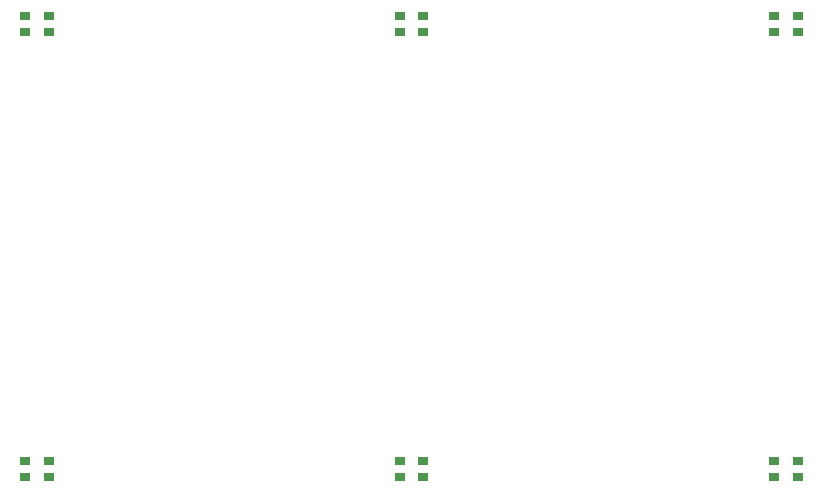
<source format=gbp>
G04*
G04 #@! TF.GenerationSoftware,Altium Limited,Altium Designer,22.7.1 (60)*
G04*
G04 Layer_Color=128*
%FSTAX24Y24*%
%MOIN*%
G70*
G04*
G04 #@! TF.SameCoordinates,6CD0EBB0-E617-4DF7-9ACC-651BA77C9F88*
G04*
G04*
G04 #@! TF.FilePolarity,Positive*
G04*
G01*
G75*
%ADD14R,0.0374X0.0315*%
D14*
X044989Y021659D02*
D03*
Y021108D02*
D03*
X044201Y021659D02*
D03*
Y021108D02*
D03*
X044989Y036497D02*
D03*
Y035946D02*
D03*
X044201Y036497D02*
D03*
Y035946D02*
D03*
X032501Y021659D02*
D03*
Y021108D02*
D03*
X031714Y021659D02*
D03*
Y021108D02*
D03*
X032501Y036497D02*
D03*
Y035946D02*
D03*
X031714Y036497D02*
D03*
Y035946D02*
D03*
X020014Y021659D02*
D03*
Y021108D02*
D03*
X019226Y021659D02*
D03*
Y021108D02*
D03*
X020014Y036497D02*
D03*
Y035946D02*
D03*
X019226Y036497D02*
D03*
Y035946D02*
D03*
M02*

</source>
